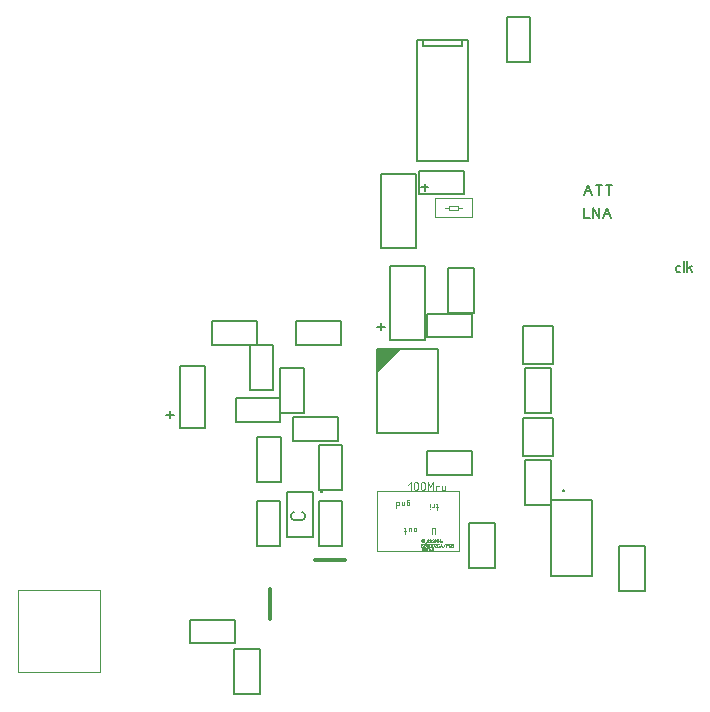
<source format=gbr>
%FSLAX34Y34*%
%MOMM*%
%LNSILK_TOP*%
G71*
G01*
%ADD10C, 0.15*%
%ADD11C, 0.30*%
%ADD12C, 0.10*%
%ADD13C, 0.16*%
%ADD14C, 0.00*%
%ADD15C, 0.03*%
%ADD16C, 0.02*%
%ADD17C, 0.11*%
%ADD18C, 0.10*%
%ADD19C, 0.21*%
%ADD20C, 0.14*%
%LPD*%
G54D10*
X360500Y631000D02*
X360500Y559500D01*
X412500Y559500D01*
X412500Y631000D01*
X360500Y631000D01*
G36*
X380000Y631000D02*
X360500Y611500D01*
X360500Y631000D01*
X380000Y631000D01*
G37*
G54D10*
X380000Y631000D02*
X360500Y611500D01*
X360500Y631000D01*
X380000Y631000D01*
G54D10*
X484000Y650500D02*
X484000Y618000D01*
X510000Y618000D01*
X510000Y650500D01*
X484000Y650500D01*
G54D10*
X484000Y540000D02*
X484000Y572500D01*
X510000Y572500D01*
X510000Y540000D01*
X484000Y540000D01*
G54D10*
X486000Y614500D02*
X508000Y614500D01*
X508000Y576500D01*
X486000Y576500D01*
X486000Y614500D01*
G54D10*
X486000Y536500D02*
X508000Y536500D01*
X508000Y498500D01*
X486000Y498500D01*
X486000Y536500D01*
G54D10*
X565500Y464000D02*
X587500Y464000D01*
X587500Y426000D01*
X565500Y426000D01*
X565500Y464000D01*
G54D10*
X461000Y445000D02*
X439000Y445000D01*
X439000Y483000D01*
X461000Y483000D01*
X461000Y445000D01*
G54D10*
X292500Y634000D02*
X292500Y654000D01*
X330500Y654000D01*
X330500Y634000D01*
X292500Y634000D01*
G54D10*
X253000Y634000D02*
X273000Y634000D01*
X273000Y596000D01*
X253000Y596000D01*
X253000Y634000D01*
G54D10*
X221000Y634000D02*
X221000Y654000D01*
X259000Y654000D01*
X259000Y634000D01*
X221000Y634000D01*
G54D10*
X311500Y549500D02*
X331500Y549500D01*
X331500Y511500D01*
X311500Y511500D01*
X311500Y549500D01*
G54D10*
X259500Y556000D02*
X279500Y556000D01*
X279500Y518000D01*
X259500Y518000D01*
X259500Y556000D01*
G54D10*
X279000Y614500D02*
X299000Y614500D01*
X299000Y576500D01*
X279000Y576500D01*
X279000Y614500D01*
G54D10*
X279000Y589000D02*
X279000Y569000D01*
X241000Y569000D01*
X241000Y589000D01*
X279000Y589000D01*
G54D10*
X194300Y563600D02*
X214700Y563600D01*
X214700Y616400D01*
X194300Y616400D01*
X194300Y563600D01*
G54D10*
X185450Y571825D02*
X185450Y578175D01*
G54D10*
X182275Y575000D02*
X188625Y575000D01*
G54D10*
X371500Y638200D02*
X401500Y638200D01*
X401500Y700900D01*
X371500Y700900D01*
X371500Y638200D01*
G54D10*
X364275Y646425D02*
X364275Y652775D01*
G54D10*
X361100Y649600D02*
X367450Y649600D01*
G54D10*
X403000Y640500D02*
X403000Y660500D01*
X441000Y660500D01*
X441000Y640500D01*
X403000Y640500D01*
G54D10*
X421000Y699000D02*
X443000Y699000D01*
X443000Y661000D01*
X421000Y661000D01*
X421000Y699000D01*
G54D11*
X308500Y452000D02*
X333900Y452000D01*
G54D11*
X270100Y427800D02*
X270100Y402400D01*
G54D12*
X56373Y357094D02*
X56373Y426944D01*
X126223Y426944D01*
X126223Y357094D01*
X56373Y357094D01*
G54D10*
X239900Y376400D02*
X261900Y376400D01*
X261900Y338400D01*
X239900Y338400D01*
X239900Y376400D01*
G54D10*
X202500Y381500D02*
X202500Y401500D01*
X240500Y401500D01*
X240500Y381500D01*
X202500Y381500D01*
G54D10*
X327500Y573000D02*
X327500Y553000D01*
X289500Y553000D01*
X289500Y573000D01*
X327500Y573000D01*
G54D13*
X617333Y700667D02*
X616000Y701000D01*
X614667Y700667D01*
X614000Y699556D01*
X614000Y697333D01*
X614667Y696222D01*
X616000Y696000D01*
X617333Y696222D01*
G54D13*
X620444Y696000D02*
X620444Y704889D01*
G54D13*
X623555Y696000D02*
X623555Y704889D01*
G54D13*
X625555Y699333D02*
X627555Y696000D01*
G54D13*
X623555Y698222D02*
X627555Y701000D01*
G54D13*
X536000Y750389D02*
X536000Y741500D01*
X540667Y741500D01*
G54D13*
X543778Y741500D02*
X543778Y750389D01*
X549111Y741500D01*
X549111Y750389D01*
G54D13*
X552222Y741500D02*
X555555Y750389D01*
X558889Y741500D01*
G54D13*
X553555Y744833D02*
X557555Y744833D01*
G54D13*
X536000Y761000D02*
X539333Y769889D01*
X542667Y761000D01*
G54D13*
X537333Y764333D02*
X541333Y764333D01*
G54D13*
X548445Y761000D02*
X548445Y769889D01*
G54D13*
X545778Y769889D02*
X551111Y769889D01*
G54D13*
X556889Y761000D02*
X556889Y769889D01*
G54D13*
X554222Y769889D02*
X559555Y769889D01*
G54D14*
X430220Y459902D02*
X360420Y459902D01*
X360420Y510702D01*
X430220Y510702D01*
X430220Y459902D01*
G54D15*
X397970Y463452D02*
X398170Y463119D01*
X398570Y462952D01*
X398970Y462952D01*
X399370Y463119D01*
X399570Y463452D01*
X399570Y463786D01*
X399370Y464119D01*
X398970Y464286D01*
X398570Y464286D01*
X398170Y464452D01*
X397970Y464786D01*
X397970Y465119D01*
X398170Y465452D01*
X398570Y465619D01*
X398970Y465619D01*
X399370Y465452D01*
X399570Y465119D01*
G54D15*
X401070Y464286D02*
X401870Y464286D01*
X401870Y463452D01*
X401670Y463119D01*
X401270Y462952D01*
X400870Y462952D01*
X400470Y463119D01*
X400270Y463452D01*
X400270Y465119D01*
X400470Y465452D01*
X400870Y465619D01*
X401270Y465619D01*
X401670Y465452D01*
X401870Y465119D01*
G54D15*
X403570Y464286D02*
X403170Y464286D01*
X402770Y464452D01*
X402570Y464786D01*
X402570Y465119D01*
X402770Y465452D01*
X403170Y465619D01*
X403570Y465619D01*
X403970Y465452D01*
X404170Y465119D01*
X404170Y464786D01*
X403970Y464452D01*
X403570Y464286D01*
X403970Y464119D01*
X404170Y463786D01*
X404170Y463452D01*
X403970Y463119D01*
X403570Y462952D01*
X403170Y462952D01*
X402770Y463119D01*
X402570Y463452D01*
X402570Y463786D01*
X402770Y464119D01*
X403170Y464286D01*
G54D15*
X406470Y465119D02*
X406470Y463452D01*
X406270Y463119D01*
X405870Y462952D01*
X405470Y462952D01*
X405070Y463119D01*
X404870Y463452D01*
X404870Y465119D01*
X405070Y465452D01*
X405470Y465619D01*
X405870Y465619D01*
X406270Y465452D01*
X406470Y465119D01*
G54D15*
X408770Y465119D02*
X408770Y463452D01*
X408570Y463119D01*
X408170Y462952D01*
X407770Y462952D01*
X407370Y463119D01*
X407170Y463452D01*
X407170Y465119D01*
X407370Y465452D01*
X407770Y465619D01*
X408170Y465619D01*
X408570Y465452D01*
X408770Y465119D01*
G54D15*
X411070Y462952D02*
X409470Y462952D01*
X409470Y463119D01*
X409670Y463452D01*
X410870Y464452D01*
X411070Y464786D01*
X411070Y465119D01*
X410870Y465452D01*
X410470Y465619D01*
X410070Y465619D01*
X409670Y465452D01*
X409470Y465119D01*
G54D15*
X413370Y463452D02*
X413170Y463119D01*
X412770Y462952D01*
X412370Y462952D01*
X411970Y463119D01*
X411770Y463452D01*
X411770Y465119D01*
X411970Y465452D01*
X412370Y465619D01*
X412770Y465619D01*
X413170Y465452D01*
X413370Y465119D01*
G54D15*
X414070Y462952D02*
X415070Y465619D01*
X416070Y462952D01*
G54D15*
X414470Y463952D02*
X415670Y463952D01*
G54D15*
X416770Y462952D02*
X418370Y465619D01*
G54D15*
X419070Y462952D02*
X419070Y465619D01*
X420070Y465619D01*
X420470Y465452D01*
X420670Y465119D01*
X420670Y464785D01*
X420470Y464452D01*
X420070Y464285D01*
X419070Y464285D01*
G54D15*
X422970Y463452D02*
X422770Y463119D01*
X422370Y462952D01*
X421970Y462952D01*
X421570Y463119D01*
X421370Y463452D01*
X421370Y465119D01*
X421570Y465452D01*
X421970Y465619D01*
X422370Y465619D01*
X422770Y465452D01*
X422970Y465119D01*
G54D15*
X423670Y462952D02*
X423670Y465619D01*
X424670Y465619D01*
X425070Y465452D01*
X425270Y465119D01*
X425270Y464786D01*
X425070Y464452D01*
X424670Y464285D01*
X425070Y464119D01*
X425270Y463785D01*
X425270Y463452D01*
X425070Y463119D01*
X424670Y462952D01*
X423670Y462952D01*
G54D15*
X423670Y464285D02*
X424670Y464285D01*
G54D16*
X398620Y460435D02*
X398754Y460213D01*
X399020Y460102D01*
X399287Y460102D01*
X399554Y460213D01*
X399687Y460436D01*
X399687Y460658D01*
X399554Y460880D01*
X399287Y460991D01*
X399020Y460991D01*
X398754Y461102D01*
X398620Y461324D01*
X398620Y461547D01*
X398754Y461769D01*
X399020Y461880D01*
X399287Y461880D01*
X399554Y461769D01*
X399687Y461546D01*
G54D16*
X400220Y460102D02*
X400220Y461880D01*
X400887Y460769D01*
X401554Y461880D01*
X401554Y460102D01*
G54D16*
X402020Y460102D02*
X402020Y461880D01*
X402687Y461880D01*
X402954Y461769D01*
X403087Y461547D01*
X403087Y460435D01*
X402954Y460213D01*
X402687Y460102D01*
X402020Y460102D01*
G54D16*
X404120Y461880D02*
X405187Y461880D01*
X405054Y461658D01*
X404787Y461324D01*
X404520Y460880D01*
X404387Y460546D01*
X404387Y460102D01*
G54D16*
X405720Y461102D02*
X406787Y460102D01*
G54D16*
X405720Y460102D02*
X406787Y461102D01*
G54D16*
X408387Y461880D02*
X407320Y461880D01*
X407320Y461102D01*
X407454Y461102D01*
X407720Y461213D01*
X407987Y461213D01*
X408254Y461102D01*
X408387Y460880D01*
X408387Y460435D01*
X408254Y460213D01*
X407987Y460102D01*
X407720Y460102D01*
X407454Y460213D01*
X407320Y460435D01*
G54D15*
X397620Y468469D02*
X398620Y469469D01*
X398620Y466802D01*
G54D15*
X400320Y468135D02*
X399920Y468135D01*
X399520Y468302D01*
X399320Y468636D01*
X399320Y468969D01*
X399520Y469302D01*
X399920Y469469D01*
X400320Y469469D01*
X400720Y469302D01*
X400920Y468969D01*
X400920Y468635D01*
X400720Y468302D01*
X400320Y468135D01*
X400720Y467969D01*
X400920Y467635D01*
X400920Y467302D01*
X400720Y466969D01*
X400320Y466802D01*
X399920Y466802D01*
X399520Y466969D01*
X399320Y467302D01*
X399320Y467635D01*
X399520Y467969D01*
X399920Y468135D01*
G54D15*
X402020Y466802D02*
X402020Y466469D01*
X401820Y466136D01*
X401620Y466135D01*
G54D15*
X403920Y466802D02*
X403920Y469469D01*
X402720Y467802D01*
X402720Y467469D01*
X404320Y467469D01*
G54D15*
X405020Y468969D02*
X405220Y469302D01*
X405620Y469469D01*
X406020Y469469D01*
X406420Y469302D01*
X406620Y468969D01*
X406620Y468635D01*
X406420Y468302D01*
X406020Y468135D01*
X406420Y467969D01*
X406620Y467635D01*
X406620Y467302D01*
X406420Y466969D01*
X406020Y466802D01*
X405620Y466802D01*
X405220Y466969D01*
X405020Y467302D01*
G54D15*
X408920Y466802D02*
X407320Y466802D01*
X407320Y466969D01*
X407520Y467302D01*
X408720Y468302D01*
X408920Y468635D01*
X408920Y468969D01*
X408720Y469302D01*
X408320Y469469D01*
X407920Y469469D01*
X407520Y469302D01*
X407320Y468969D01*
G54D15*
X409620Y466802D02*
X409620Y469469D01*
X410620Y467802D01*
X411620Y469469D01*
X411620Y466802D01*
G54D15*
X412320Y466802D02*
X412320Y469469D01*
G54D15*
X413920Y466802D02*
X413920Y469469D01*
G54D15*
X412320Y468135D02*
X413920Y468136D01*
G54D15*
X414620Y468302D02*
X415820Y468302D01*
X414620Y466802D01*
X415820Y466802D01*
G54D17*
X387318Y515257D02*
X389652Y517591D01*
X389652Y511368D01*
G54D17*
X395563Y516424D02*
X395563Y512535D01*
X395096Y511757D01*
X394163Y511368D01*
X393229Y511368D01*
X392296Y511757D01*
X391829Y512535D01*
X391829Y516424D01*
X392296Y517202D01*
X393229Y517591D01*
X394163Y517591D01*
X395096Y517202D01*
X395563Y516424D01*
G54D17*
X401474Y516424D02*
X401474Y512535D01*
X401007Y511757D01*
X400074Y511368D01*
X399140Y511368D01*
X398207Y511757D01*
X397740Y512535D01*
X397740Y516424D01*
X398207Y517202D01*
X399140Y517591D01*
X400074Y517591D01*
X401007Y517202D01*
X401474Y516424D01*
G54D17*
X403651Y511368D02*
X403651Y517591D01*
X405985Y513702D01*
X408318Y517591D01*
X408318Y511368D01*
G54D17*
X410496Y511368D02*
X410496Y514868D01*
X413296Y514868D01*
X413296Y514480D01*
G54D17*
X415474Y514868D02*
X415474Y511368D01*
X418741Y511368D01*
X418741Y510980D01*
G54D17*
X418274Y514868D02*
X418274Y511368D01*
G54D18*
X411359Y494139D02*
X411359Y499139D01*
X410959Y499473D01*
X410559Y499339D01*
G54D18*
X412159Y496473D02*
X410559Y496473D01*
G54D18*
X408692Y499473D02*
X408692Y496473D01*
G54D18*
X408692Y497139D02*
X407892Y496473D01*
X407092Y496473D01*
G54D18*
X405225Y499473D02*
X405225Y496473D01*
G54D18*
X405225Y495473D02*
X405225Y495473D01*
G54D18*
X388159Y502473D02*
X387359Y502806D01*
X386799Y502806D01*
X385999Y502473D01*
X385759Y501806D01*
X385759Y498473D01*
G54D18*
X385759Y499340D02*
X386159Y498673D01*
X386959Y498473D01*
X387759Y498673D01*
X388159Y499339D01*
X388159Y500673D01*
X387759Y501340D01*
X386959Y501473D01*
X386159Y501339D01*
X385759Y500673D01*
G54D18*
X383892Y501473D02*
X383892Y498473D01*
G54D18*
X383892Y499139D02*
X383492Y498672D01*
X382692Y498472D01*
X381892Y498673D01*
X381492Y499139D01*
X381492Y501473D01*
G54D18*
X377225Y501473D02*
X377225Y496139D01*
G54D18*
X377225Y499339D02*
X377625Y498672D01*
X378425Y498473D01*
X379225Y498673D01*
X379625Y499339D01*
X379625Y500673D01*
X379225Y501339D01*
X378425Y501473D01*
X377625Y501339D01*
X377225Y500672D01*
G54D18*
X391759Y478673D02*
X391759Y477339D01*
X392159Y476673D01*
X392959Y476473D01*
X393759Y476673D01*
X394159Y477339D01*
X394159Y478672D01*
X393759Y479339D01*
X392959Y479473D01*
X392159Y479339D01*
X391759Y478673D01*
G54D18*
X387492Y476473D02*
X387492Y479473D01*
G54D18*
X387492Y478806D02*
X387892Y479339D01*
X388692Y479473D01*
X389492Y479339D01*
X389892Y478806D01*
X389892Y476473D01*
G54D18*
X384825Y474139D02*
X384825Y479139D01*
X384425Y479473D01*
X384025Y479339D01*
G54D18*
X385625Y476473D02*
X384025Y476473D01*
G54D18*
X410159Y474139D02*
X410159Y478473D01*
X409759Y479139D01*
X408959Y479473D01*
X408159Y479473D01*
X407359Y479139D01*
X406959Y478473D01*
X406959Y474139D01*
G54D10*
X284500Y509500D02*
X306500Y509500D01*
X306500Y471500D01*
X284500Y471500D01*
X284500Y509500D01*
G54D19*
X297639Y492880D02*
X299083Y492013D01*
X299806Y490280D01*
X299806Y488546D01*
X299083Y486813D01*
X297639Y485946D01*
X290417Y485946D01*
X288972Y486813D01*
X288250Y488546D01*
X288250Y490280D01*
X288972Y492013D01*
X290417Y492880D01*
G54D19*
X314328Y510250D02*
X314328Y509556D01*
X313750Y509556D01*
X313750Y510250D01*
X314328Y510250D01*
X314328Y509556D01*
G54D10*
X311500Y502000D02*
X331500Y502000D01*
X331500Y464000D01*
X311500Y464000D01*
X311500Y502000D01*
G54D10*
X259000Y502000D02*
X279000Y502000D01*
X279000Y464000D01*
X259000Y464000D01*
X259000Y502000D01*
G54D10*
X438000Y892000D02*
X395000Y892000D01*
X395000Y790100D01*
X438000Y790100D01*
X438000Y892000D01*
G54D10*
X433000Y892000D02*
X400000Y892000D01*
X400000Y887000D01*
X433000Y887000D01*
X433000Y892000D01*
G54D10*
X396000Y761500D02*
X396000Y781500D01*
X434000Y781500D01*
X434000Y761500D01*
X396000Y761500D01*
G54D10*
X470500Y911500D02*
X490500Y911500D01*
X490500Y873500D01*
X470500Y873500D01*
X470500Y911500D01*
G54D10*
X441500Y544000D02*
X441500Y524000D01*
X403500Y524000D01*
X403500Y544000D01*
X441500Y544000D01*
G54D10*
X393850Y778767D02*
X363850Y778767D01*
X363850Y716067D01*
X393850Y716067D01*
X393850Y778767D01*
G54D10*
X401075Y770542D02*
X401075Y764192D01*
G54D10*
X404250Y767367D02*
X397900Y767367D01*
G54D14*
X409600Y758100D02*
X441000Y758100D01*
X441000Y742100D01*
X409600Y742100D01*
X409600Y758100D01*
G54D14*
X418100Y750100D02*
X421300Y750100D01*
X421300Y751700D01*
X429200Y751700D01*
X429200Y748500D01*
X421300Y748500D01*
X421300Y750100D01*
G54D14*
X429200Y750100D02*
X432400Y750100D01*
G54D10*
X507733Y438157D02*
X542733Y438157D01*
X542733Y503157D01*
X507733Y503157D01*
X507733Y438157D01*
G54D20*
X518733Y511100D02*
X518733Y510407D01*
X518155Y510407D01*
X518155Y511100D01*
X518733Y511100D01*
X518733Y510407D01*
M02*

</source>
